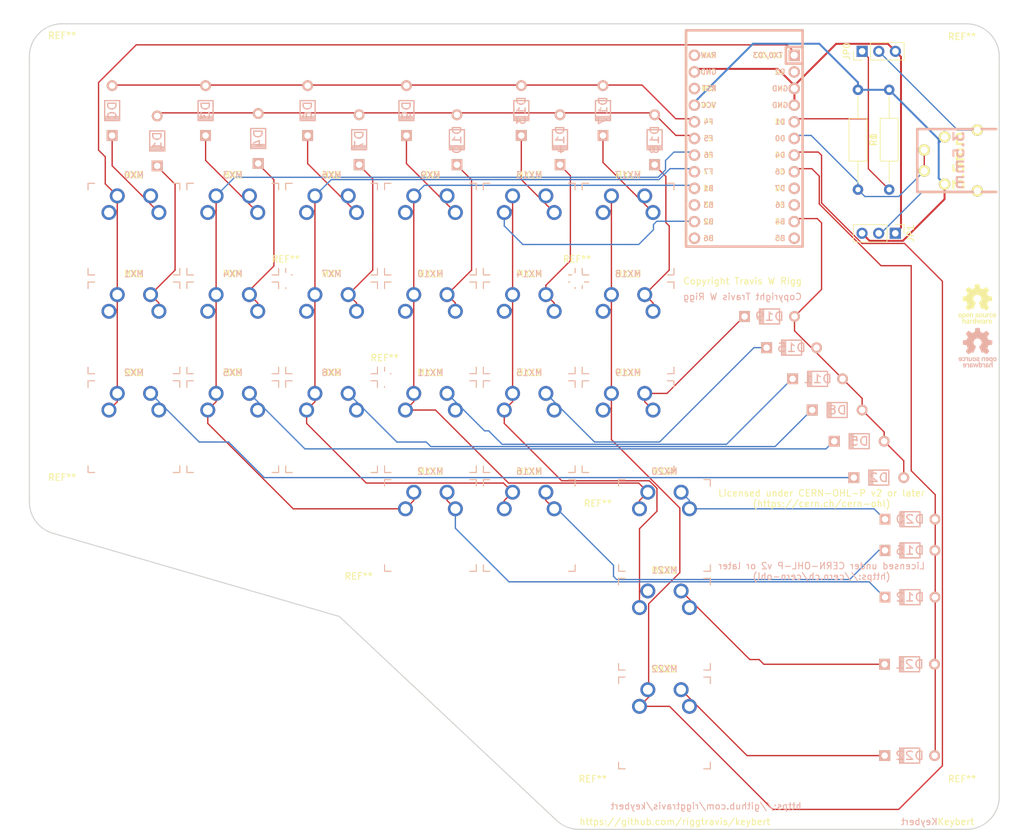
<source format=kicad_pcb>
(kicad_pcb (version 20211014) (generator pcbnew)
  (title_block (title "Keybert") (date "2022-05-16") (rev "0.0.1a") (comment 1 "Copyright Travis W Rigg") (comment 2 "Licensed under CERN-OHL-P v2 or later (https://cern.ch/cern-ohl)") (comment 3 "Repo: https://github.com/riggtravis/keybert"))
  (layers (0 "F.Cu" signal) (31 "B.Cu" signal) (34 "B.Paste" user) (35 "F.Paste" user) (36 "B.SilkS" user "B.Silkscreen") (37 "F.SilkS" user "F.Silkscreen") (38 "B.Mask" user) (39 "F.Mask" user) (44 "Edge.Cuts" user))
  (net 0 "")
  (net 1 "row0")
  (net 2 "Net-(D0-Pad2)")
  (net 3 "row1")
  (net 4 "Net-(D1-Pad2)")
  (net 5 "row2")
  (net 6 "Net-(D2-Pad2)")
  (net 7 "Net-(D3-Pad2)")
  (net 8 "Net-(D4-Pad2)")
  (net 9 "Net-(D5-Pad2)")
  (net 10 "Net-(D6-Pad2)")
  (net 11 "Net-(D7-Pad2)")
  (net 12 "Net-(D8-Pad2)")
  (net 13 "Net-(D9-Pad2)")
  (net 14 "Net-(D10-Pad2)")
  (net 15 "Net-(D11-Pad2)")
  (net 16 "clu0")
  (net 17 "Net-(D12-Pad2)")
  (net 18 "Net-(D13-Pad2)")
  (net 19 "Net-(D14-Pad2)")
  (net 20 "Net-(D15-Pad2)")
  (net 21 "Net-(D16-Pad2)")
  (net 22 "Net-(D17-Pad2)")
  (net 23 "Net-(D18-Pad2)")
  (net 24 "Net-(D19-Pad2)")
  (net 25 "Net-(D20-Pad2)")
  (net 26 "Net-(D21-Pad2)")
  (net 27 "Net-(D22-Pad2)")
  (net 28 "col0")
  (net 29 "col1")
  (net 30 "col2")
  (net 31 "col3")
  (net 32 "col4")
  (net 33 "col5")
  (net 34 "SCL")
  (net 35 "VCC")
  (net 36 "SDA")
  (net 37 "GND")
  (net 38 "Net-(JP0-Pad2)")
  (net 39 "Net-(JP1-Pad2)")
  (footprint "MountingHole:MountingHole_2.2mm_M2" (layer "F.Cu") (at 158.79875 23.158391)
    (fp_text reference "REF**")
    (fp_text value "MountingHole_2.2mm_M2")
  )
  (footprint "MountingHole:MountingHole_2.2mm_M2" (layer "F.Cu") (at 21.48 22.999641)
    (fp_text reference "REF**")
    (fp_text value "MountingHole_2.2mm_M2")
  )
  (footprint "MountingHole:MountingHole_2.2mm_M2" (layer "F.Cu") (at 158.79875 136.505891)
    (fp_text reference "REF**")
    (fp_text value "MountingHole_2.2mm_M2")
  )
  (footprint "keyswitches:SW_MX_reversible" (layer "F.Cu") (at 107.84 79.514641)
    (fp_text reference "MX19")
    (fp_text value "MX-NoLED")
  )
  (footprint "keyswitches:SW_MX_reversible" (layer "F.Cu") (at 77.6775 79.514641)
    (fp_text reference "MX11")
    (fp_text value "MX-NoLED")
  )
  (footprint "keyswitches:SW_MX_reversible" (layer "F.Cu") (at 113.39625 94.595891)
    (fp_text reference "MX20")
    (fp_text value "MX-NoLED")
  )
  (footprint "keyswitches:SW_MX_reversible" (layer "F.Cu") (at 77.6775 94.595891)
    (fp_text reference "MX12")
    (fp_text value "MX-NoLED")
  )
  (footprint "MountingHole:MountingHole_2.2mm_M2" (layer "F.Cu") (at 66.72375 105.549641)
    (fp_text reference "REF**")
    (fp_text value "MountingHole_2.2mm_M2")
  )
  (footprint "MountingHole:MountingHole_2.2mm_M2" (layer "F.Cu") (at 102.4425 136.505891)
    (fp_text reference "REF**")
    (fp_text value "MountingHole_2.2mm_M2")
  )
  (footprint "keyswitches:SW_MX_reversible" (layer "F.Cu") (at 107.84 64.433391)
    (fp_text reference "MX18")
    (fp_text value "MX-NoLED")
  )
  (footprint "MountingHole:MountingHole_2.2mm_M2" (layer "F.Cu") (at 55.61125 57.130891)
    (fp_text reference "REF**")
    (fp_text value "MountingHole_2.2mm_M2")
  )
  (footprint "keyswitches:SW_MX_reversible" (layer "F.Cu") (at 77.6775 64.433391)
    (fp_text reference "MX10")
    (fp_text value "MX-NoLED")
  )
  (footprint "keyswitches:SW_MX_reversible" (layer "F.Cu") (at 92.75875 79.514641)
    (fp_text reference "MX15")
    (fp_text value "MX-NoLED")
  )
  (footprint "Resistor_THT:R_Axial_DIN0207_L6.3mm_D2.5mm_P15.24mm_Horizontal" (layer "F.Cu") (at 147.68625 43.319641 90)
    (fp_text reference "R1")
    (fp_text value "4.7k")
  )
  (footprint "keyswitches:SW_MX_reversible" (layer "F.Cu") (at 62.59625 64.433391)
    (fp_text reference "MX7")
    (fp_text value "MX-NoLED")
  )
  (footprint "keyswitches:SW_MX_reversible" (layer "F.Cu") (at 47.515 49.352141)
    (fp_text reference "MX3")
    (fp_text value "MX-NoLED")
  )
  (footprint "keyswitches:SW_MX_reversible" (layer "F.Cu") (at 92.75875 64.433391)
    (fp_text reference "MX14")
    (fp_text value "MX-NoLED")
  )
  (footprint "MountingHole:MountingHole_2.2mm_M2" (layer "F.Cu") (at 100.06125 57.130891)
    (fp_text reference "REF**")
    (fp_text value "MountingHole_2.2mm_M2")
  )
  (footprint "MountingHole:MountingHole_2.2mm_M2" (layer "F.Cu") (at 21.48 90.468391)
    (fp_text reference "REF**")
    (fp_text value "MountingHole_2.2mm_M2")
  )
  (footprint "Connector_PinHeader_2.54mm:PinHeader_1x03_P2.54mm_Vertical" (layer "F.Cu") (at 148.62375 49.987141 -90)
    (fp_text reference "JP1")
    (fp_text value "Jumper_3_Bridged12")
  )
  (footprint "keyswitches:SW_MX_reversible" (layer "F.Cu") (at 32.43375 49.352141)
    (fp_text reference "MX0")
    (fp_text value "MX-NoLED")
  )
  (footprint "keyswitches:SW_MX_reversible" (layer "F.Cu") (at 62.59625 79.514641)
    (fp_text reference "MX8")
    (fp_text value "MX-NoLED")
  )
  (footprint "Resistor_THT:R_Axial_DIN0207_L6.3mm_D2.5mm_P15.24mm_Horizontal" (layer "F.Cu") (at 142.92375 28.079641 -90)
    (fp_text reference "R0")
    (fp_text value "4.7k")
  )
  (footprint "MountingHole:MountingHole_2.2mm_M2" (layer "F.Cu") (at 70.6925 72.212141)
    (fp_text reference "REF**")
    (fp_text value "MountingHole_2.2mm_M2")
  )
  (footprint "keyswitches:SW_MX_reversible" (layer "F.Cu") (at 113.39625 124.758391)
    (fp_text reference "MX22")
    (fp_text value "MX-NoLED")
  )
  (footprint "Connector_PinHeader_2.54mm:PinHeader_1x03_P2.54mm_Vertical" (layer "F.Cu") (at 143.55875 22.205891 90)
    (fp_text reference "JP0")
    (fp_text value "Jumper_3_Bridged12")
  )
  (footprint "keyswitches:SW_MX_reversible" (layer "F.Cu") (at 92.75875 94.595891)
    (fp_text reference "MX16")
    (fp_text value "MX-NoLED")
  )
  (footprint "MountingHole:MountingHole_2.2mm_M2" (layer "F.Cu") (at 103.23625 94.437141)
    (fp_text reference "REF**")
    (fp_text value "MountingHole_2.2mm_M2")
  )
  (footprint "Keebio-Parts:TRRS_Jack" (layer "F.Cu") (at 156.13742 38.874561 -90)
    (fp_text reference "TRRS0" hide)
    (fp_text value "TRRS:flipped" hide)
  )
  (footprint "keyswitches:SW_MX_reversible" (layer "F.Cu") (at 92.75875 49.352141)
    (fp_text reference "MX13")
    (fp_text value "MX-NoLED")
  )
  (footprint "keyswitches:SW_MX_reversible" (layer "F.Cu") (at 113.39625 109.677141)
    (fp_text reference "MX21")
    (fp_text value "MX-NoLED")
  )
  (footprint "keyswitches:SW_MX_reversible" (layer "F.Cu") (at 107.84 49.352141)
    (fp_text reference "MX17")
    (fp_text value "MX-NoLED")
  )
  (footprint "Symbol:OSHW-Logo_5.7x6mm_SilkScreen" (layer "F.Cu") (at 161.13 60.769641)
    (fp_text reference "REF**" hide)
    (fp_text value "OSHW-Logo_5.7x6mm_SilkScreen" hide)
  )
  (footprint "keyswitches:SW_MX_reversible" (layer "F.Cu") (at 62.59625 49.352141)
    (fp_text reference "MX6")
    (fp_text value "MX-NoLED")
  )
  (footprint "keyswitches:SW_MX_reversible" (layer "F.Cu") (at 47.515 64.433391)
    (fp_text reference "MX4")
    (fp_text value "MX-NoLED")
  )
  (footprint "keyswitches:SW_MX_reversible" (layer "F.Cu") (at 32.43375 79.514641)
    (fp_text reference "MX2")
    (fp_text value "MX-NoLED")
  )
  (footprint "keyswitches:SW_MX_reversible" (layer "F.Cu") (at 77.6775 49.352141)
    (fp_text reference "MX9")
    (fp_text value "MX-NoLED")
  )
  (footprint "keyswitches:SW_MX_reversible" (layer "F.Cu") (at 47.515 79.514641)
    (fp_text reference "MX5")
    (fp_text value "MX-NoLED")
  )
  (footprint "keyswitches:SW_MX_reversible" (layer "F.Cu") (at 32.43375 64.433391)
    (fp_text reference "MX1")
    (fp_text value "MX-NoLED")
  )
  (footprint "Keebio-Parts:Diode" (layer "B.Cu") (at 150.81125 129.742141 180)
    (fp_text reference "D22")
    (fp_text value "1N4148" hide)
  )
  (footprint "Keebio-Parts:Diode" (layer "B.Cu") (at 51.40125 35.512141 -90)
    (fp_text reference "D4")
    (fp_text value "1N4148" hide)
  )
  (footprint "Keebio-Parts:Diode" (layer "B.Cu") (at 104.01125 31.252141 -90)
    (fp_text reference "D17")
    (fp_text value "1N4148" hide)
  )
  (footprint "Keebio-Parts:Diode" (layer "B.Cu") (at 129.43 62.687141 180)
    (fp_text reference "D19")
    (fp_text value "1N4148" hide)
  )
  (footprint "Keebio-Parts:Diode" (layer "B.Cu") (at 132.7925 67.449641 180)
    (fp_text reference "D15")
    (fp_text value "1N4148" hide)
  )
  (footprint "Keebio-Parts:Diode" (layer "B.Cu") (at 43.37125 31.252141 -90)
    (fp_text reference "D3")
    (fp_text value "1N4148" hide)
  )
  (footprint "Keebio-Parts:Diode" (layer "B.Cu") (at 81.72125 35.699641 -90)
    (fp_text reference "D10")
    (fp_text value "1N4148" hide)
  )
  (footprint "Keebio-Parts:Diode" (layer "B.Cu") (at 150.85125 98.405891 180)
    (fp_text reference "D16")
    (fp_text value "1N4148" hide)
  )
  (footprint "Keebio-Parts:Diode" (layer "B.Cu") (at 150.79125 115.792141 180)
    (fp_text reference "D21")
    (fp_text value "1N4148" hide)
  )
  (footprint "Symbol:OSHW-Logo_5.7x6mm_SilkScreen" (layer "B.Cu") (at 161.18 67.449641 180)
    (fp_text reference "REF**" hide)
    (fp_text value "OSHW-Logo_5.7x6mm_SilkScreen" hide)
  )
  (footprint "Keebio-Parts:Diode" (layer "B.Cu") (at 150.86125 93.643391 180)
    (fp_text reference "D20")
    (fp_text value "1N4148" hide)
  )
  (footprint "Keebio-Parts:Diode" (layer "B.Cu") (at 136.76125 72.212141 180)
    (fp_text reference "D11")
    (fp_text value "1N4148" hide)
  )
  (footprint "Keebio-Parts:Diode" (layer "B.Cu") (at 91.55125 31.252141 -90)
    (fp_text reference "D13")
    (fp_text value "1N4148" hide)
  )
  (footprint "Keebio-Parts:Diode" (layer "B.Cu") (at 74.02125 31.252141 -90)
    (fp_text reference "D9")
    (fp_text value "1N4148" hide)
  )
  (footprint "Keebio-Parts:Diode" (layer "B.Cu") (at 139.74875 76.974641 180)
    (fp_text reference "D8")
    (fp_text value "1N4148" hide)
  )
  (footprint "Keebio-Parts:Diode" (layer "B.Cu") (at 29.11125 31.252141 -90)
    (fp_text reference "D0")
    (fp_text value "1N4148" hide)
  )
  (footprint "Keebio-Parts:Diode" (layer "B.Cu") (at 111.89125 35.699641 -90)
    (fp_text reference "D18")
    (fp_text value "1N4148" hide)
  )
  (footprint "Keebio-Parts:Diode" (layer "B.Cu") (at 97.45125 35.699641 -90)
    (fp_text reference "D14")
    (fp_text value "1N4148" hide)
  )
  (footprint "Keebio-Parts:Diode" (layer "B.Cu") (at 146.09875 87.293391 180)
    (fp_text reference "D2")
    (fp_text value "1N4148" hide)
  )
  (footprint "Keebio-Parts:Diode" (layer "B.Cu") (at 35.99125 35.887141 -90)
    (fp_text reference "D1")
    (fp_text value "1N4148" hide)
  )
  (footprint "Keebio-Parts:Diode" (layer "B.Cu") (at 150.86125 105.549641 180)
    (fp_text reference "D12")
    (fp_text value "1N4148" hide)
  )
  (footprint "Keebio-Parts:Diode" (layer "B.Cu") (at 58.94125 31.252141 -90)
    (fp_text reference "D6")
    (fp_text value "1N4148" hide)
  )
  (footprint "Keebio-Parts:Diode" (layer "B.Cu") (at 66.80125 35.699641 -90)
    (fp_text reference "D7")
    (fp_text value "1N4148" hide)
  )
  (footprint "Keebio-Parts:ArduinoProMicro" (layer "B.Cu") (at 125.58 36.776391 -90)
    (fp_text reference "U0" hide)
    (fp_text value "ProMicro" hide)
  )
  (footprint "Keebio-Parts:Diode" (layer "B.Cu") (at 143.11125 81.737141 180)
    (fp_text reference "D5")
    (fp_text value "1N4148" hide)
  )
  (gr_line (start 164.48 22.999641) (end 164.48 135.999641) (layer "Edge.Cuts") (width 0.16))
  (gr_line (start 16.48 22.999641) (end 16.48 90.999641) (layer "Edge.Cuts") (width 0.16))
  (gr_line (start 20.084899 95.801067) (end 63.777878 108.496484) (layer "Edge.Cuts") (width 0.16))
  (gr_arc (start 100.367854 140.999641) (mid 98.527161 140.648496) (end 96.945008 139.644381) (layer "Edge.Cuts") (width 0.16))
  (gr_arc (start 159.48 17.999641) (mid 163.015534 19.464107) (end 164.48 22.999641) (layer "Edge.Cuts") (width 0.16))
  (gr_arc (start 20.084899 95.801067) (mid 17.481531 94.001682) (end 16.48 90.999641) (layer "Edge.Cuts") (width 0.16))
  (gr_arc (start 16.48 22.999641) (mid 17.944466 19.464107) (end 21.48 17.999641) (layer "Edge.Cuts") (width 0.16))
  (gr_arc (start 164.48 135.999641) (mid 163.015534 139.535175) (end 159.48 140.999641) (layer "Edge.Cuts") (width 0.16))
  (gr_line (start 159.48 140.999641) (end 100.367854 140.999641) (layer "Edge.Cuts") (width 0.16))
  (gr_line (start 21.48 17.999641) (end 159.48 17.999641) (layer "Edge.Cuts") (width 0.16))
  (gr_line (start 96.945008 139.644381) (end 63.777878 108.496484) (layer "Edge.Cuts") (width 0.16))
  (gr_text "Licensed under CERN-OHL-P v2 or later\n(https://cern.ch/cern-ohl)" (at 137.3675 101.580891) (layer "B.SilkS") (effects (font (size 1 1)) (justify mirror)))
  (gr_text "https://github.com/riggtravis/keybert" (at 119.74625 137.458391) (layer "B.SilkS") (effects (font (size 1 1)) (justify mirror)))
  (gr_text "Copyright Travis W Rigg" (at 125.3025 59.670891) (layer "B.SilkS") (effects (font (size 1 1)) (justify mirror)))
  (gr_text "Keybert" (at 152.29 139.839641) (layer "B.SilkS") (effects (font (size 1 1)) (justify mirror)))
  (gr_text "Licensed under CERN-OHL-P v2 or later\n(https://cern.ch/cern-ohl)" (at 137.3675 90.468391) (layer "F.SilkS") (effects (font (size 1 1))))
  (gr_text "Copyright Travis W Rigg" (at 125.3025 57.289641) (layer "F.SilkS") (effects (font (size 1 1))))
  (gr_text "Keybert" (at 157.84625 139.839641) (layer "F.SilkS") (effects (font (size 1 1))))
  (gr_text "https://github.com/riggtravis/keybert" (at 114.98375 139.839641) (layer "F.SilkS") (effects (font (size 1 1))))
  (segment (start 115.12077 32.502911) (end 117.98827 32.502911) (width 0.2) (layer "F.Cu") (net 1))
  (segment (start 109.97 27.352141) (end 115.12077 32.502911) (width 0.2) (layer "F.Cu") (net 1))
  (segment (start 104.01125 27.352141) (end 109.97 27.352141) (width 0.2) (layer "F.Cu") (net 1))
  (segment (start 29.11125 27.352141) (end 104.01125 27.352141) (width 0.2) (layer "F.Cu") (net 1))
  (segment (start 29.11125 39.679641) (end 36.24375 46.812141) (width 0.2) (layer "F.Cu") (net 2))
  (segment (start 29.11125 35.152141) (end 29.11125 39.679641) (width 0.2) (layer "F.Cu") (net 2))
  (segment (start 115.13452 35.042911) (end 117.98827 35.042911) (width 0.2) (layer "F.Cu") (net 3))
  (segment (start 35.99125 31.987141) (end 36.375761 31.60263) (width 0.2) (layer "F.Cu") (net 3))
  (segment (start 36.375761 31.60263) (end 111.694239 31.60263) (width 0.2) (layer "F.Cu") (net 3))
  (segment (start 111.89125 31.799641) (end 115.13452 35.042911) (width 0.2) (layer "F.Cu") (net 3))
  (segment (start 111.694239 31.60263) (end 111.89125 31.799641) (width 0.2) (layer "F.Cu") (net 3))
  (segment (start 34.97375 59.353391) (end 36.24375 60.623391) (width 0.2) (layer "F.Cu") (net 4))
  (segment (start 38.714171 55.61297) (end 34.97375 59.353391) (width 0.2) (layer "F.Cu") (net 4))
  (segment (start 36.24375 60.623391) (end 36.24375 61.893391) (width 0.2) (layer "F.Cu") (net 4))
  (segment (start 35.99125 39.787141) (end 38.714171 42.510062) (width 0.2) (layer "F.Cu") (net 4))
  (segment (start 38.714171 42.510062) (end 38.714171 55.61297) (width 0.2) (layer "F.Cu") (net 4))
  (segment (start 137.3675 48.399641) (end 136.71077 47.742911) (width 0.2) (layer "F.Cu") (net 5))
  (segment (start 133.24 62.687141) (end 137.3675 58.559641) (width 0.2) (layer "F.Cu") (net 5))
  (segment (start 149.90875 84.724641) (end 146.92125 81.737141) (width 0.2) (layer "F.Cu") (net 5))
  (segment (start 143.55875 76.974641) (end 143.55875 75.199641) (width 0.2) (layer "F.Cu") (net 5))
  (segment (start 137.3675 58.559641) (end 137.3675 48.399641) (width 0.2) (layer "F.Cu") (net 5))
  (segment (start 146.92125 81.737141) (end 146.92125 80.337141) (width 0.2) (layer "F.Cu") (net 5))
  (segment (start 140.57125 72.212141) (end 133.24 64.880891) (width 0.2) (layer "F.Cu") (net 5))
  (segment (start 136.71077 47.742911) (end 133.22827 47.742911) (width 0.2) (layer "F.Cu") (net 5))
  (segment (start 146.92125 80.337141) (end 143.55875 76.974641) (width 0.2) (layer "F.Cu") (net 5))
  (segment (start 143.55875 75.199641) (end 140.57125 72.212141) (width 0.2) (layer "F.Cu") (net 5))
  (segment (start 133.24 64.880891) (end 133.24 62.687141) (width 0.2) (layer "F.Cu") (net 5))
  (segment (start 149.90875 87.293391) (end 149.90875 84.724641) (width 0.2) (layer "F.Cu") (net 5))
  (segment (start 42.397171 81.858062) (end 46.88 81.858062) (width 0.2) (layer "B.Cu") (net 6))
  (segment (start 52.315329 87.293391) (end 142.19875 87.293391) (width 0.2) (layer "B.Cu") (net 6))
  (segment (start 34.97375 74.434641) (end 42.397171 81.858062) (width 0.2) (layer "B.Cu") (net 6))
  (segment (start 46.88 81.858062) (end 52.315329 87.293391) (width 0.2) (layer "B.Cu") (net 6))
  (segment (start 43.37125 35.152141) (end 43.37125 38.858391) (width 0.2) (layer "F.Cu") (net 7))
  (segment (start 43.37125 38.858391) (end 51.325 46.812141) (width 0.2) (layer "F.Cu") (net 7))
  (segment (start 50.055 59.353391) (end 51.325 60.623391) (width 0.2) (layer "F.Cu") (net 8))
  (segment (start 50.055 58.718391) (end 50.055 59.353391) (width 0.2) (layer "F.Cu") (net 8))
  (segment (start 53.795421 54.97797) (end 50.055 58.718391) (width 0.2) (layer "F.Cu") (net 8))
  (segment (start 51.325 60.623391) (end 51.325 61.893391) (width 0.2) (layer "F.Cu") (net 8))
  (segment (start 53.795421 41.806312) (end 53.795421 54.97797) (width 0.2) (layer "F.Cu") (net 8))
  (segment (start 51.40125 39.412141) (end 53.795421 41.806312) (width 0.2) (layer "F.Cu") (net 8))
  (segment (start 50.055 74.434641) (end 58.526979 82.90662) (width 0.2) (layer "B.Cu") (net 9))
  (segment (start 138.041771 82.90662) (end 139.21125 81.737141) (width 0.2) (layer "B.Cu") (net 9))
  (segment (start 58.526979 82.90662) (end 138.041771 82.90662) (width 0.2) (layer "B.Cu") (net 9))
  (segment (start 58.94125 39.347141) (end 66.40625 46.812141) (width 0.2) (layer "F.Cu") (net 10))
  (segment (start 58.94125 35.152141) (end 58.94125 39.347141) (width 0.2) (layer "F.Cu") (net 10))
  (segment (start 68.876671 41.675062) (end 68.876671 55.61297) (width 0.2) (layer "F.Cu") (net 11))
  (segment (start 66.40625 60.623391) (end 66.40625 61.893391) (width 0.2) (layer "F.Cu") (net 11))
  (segment (start 66.80125 39.599641) (end 68.876671 41.675062) (width 0.2) (layer "F.Cu") (net 11))
  (segment (start 65.13625 59.353391) (end 66.40625 60.623391) (width 0.2) (layer "F.Cu") (net 11))
  (segment (start 68.876671 55.61297) (end 65.13625 59.353391) (width 0.2) (layer "F.Cu") (net 11))
  (segment (start 77.741539 82.557101) (end 130.26629 82.557101) (width 0.2) (layer "B.Cu") (net 12))
  (segment (start 130.26629 82.557101) (end 135.84875 76.974641) (width 0.2) (layer "B.Cu") (net 12))
  (segment (start 65.13625 74.434641) (end 72.559671 81.858062) (width 0.2) (layer "B.Cu") (net 12))
  (segment (start 72.559671 81.858062) (end 77.0425 81.858062) (width 0.2) (layer "B.Cu") (net 12))
  (segment (start 77.0425 81.858062) (end 77.741539 82.557101) (width 0.2) (layer "B.Cu") (net 12))
  (segment (start 74.02125 35.152141) (end 74.02125 39.345891) (width 0.2) (layer "F.Cu") (net 13))
  (segment (start 74.02125 39.345891) (end 81.4875 46.812141) (width 0.2) (layer "F.Cu") (net 13))
  (segment (start 80.2175 59.353391) (end 81.4875 60.623391) (width 0.2) (layer "F.Cu") (net 14))
  (segment (start 83.957921 41.836312) (end 83.957921 55.61297) (width 0.2) (layer "F.Cu") (net 14))
  (segment (start 81.4875 60.623391) (end 81.4875 61.893391) (width 0.2) (layer "F.Cu") (net 14))
  (segment (start 83.957921 55.61297) (end 80.2175 59.353391) (width 0.2) (layer "F.Cu") (net 14))
  (segment (start 81.72125 39.599641) (end 83.957921 41.836312) (width 0.2) (layer "F.Cu") (net 14))
  (segment (start 122.86581 82.207581) (end 132.86125 72.212141) (width 0.2) (layer "B.Cu") (net 15))
  (segment (start 80.2175 74.434641) (end 85.9325 80.149641) (width 0.2) (layer "B.Cu") (net 15))
  (segment (start 86.5675 80.149641) (end 88.62544 82.207581) (width 0.2) (layer "B.Cu") (net 15))
  (segment (start 88.62544 82.207581) (end 122.86581 82.207581) (width 0.2) (layer "B.Cu") (net 15))
  (segment (start 85.9325 80.149641) (end 86.5675 80.149641) (width 0.2) (layer "B.Cu") (net 15))
  (segment (start 135.885 40.122911) (end 133.22827 40.122911) (width 0.2) (layer "F.Cu") (net 16))
  (segment (start 154.71125 89.906869) (end 151.048261 86.24388) (width 0.2) (layer "F.Cu") (net 16))
  (segment (start 154.71125 129.742141) (end 154.71125 89.906869) (width 0.2) (layer "F.Cu") (net 16))
  (segment (start 137.01798 41.255891) (end 135.885 40.122911) (width 0.2) (layer "F.Cu") (net 16))
  (segment (start 137.017981 45.510611) (end 137.01798 41.255891) (width 0.2) (layer "F.Cu") (net 16))
  (segment (start 151.048261 54.936652) (end 146.444022 54.936652) (width 0.2) (layer "F.Cu") (net 16))
  (segment (start 146.444022 54.936652) (end 137.017981 45.510611) (width 0.2) (layer "F.Cu") (net 16))
  (segment (start 151.048261 86.24388) (end 151.048261 54.936652) (width 0.2) (layer "F.Cu") (net 16))
  (segment (start 81.4875 92.055891) (end 80.2175 90.785891) (width 0.2) (layer "F.Cu") (net 17))
  (segment (start 80.2175 90.785891) (end 80.2175 89.515891) (width 0.2) (layer "F.Cu") (net 17))
  (segment (start 144.616239 103.20463) (end 146.96125 105.549641) (width 0.2) (layer "B.Cu") (net 17))
  (segment (start 89.668586 103.20463) (end 144.616239 103.20463) (width 0.2) (layer "B.Cu") (net 17))
  (segment (start 81.4875 95.023544) (end 89.668586 103.20463) (width 0.2) (layer "B.Cu") (net 17))
  (segment (start 81.4875 92.055891) (end 81.4875 95.023544) (width 0.2) (layer "B.Cu") (net 17))
  (segment (start 91.55125 41.794641) (end 96.56875 46.812141) (width 0.2) (layer "F.Cu") (net 18))
  (segment (start 91.55125 35.152141) (end 91.55125 41.794641) (width 0.2) (layer "F.Cu") (net 18))
  (segment (start 97.45125 39.599641) (end 99.039171 41.187562) (width 0.2) (layer "F.Cu") (net 19))
  (segment (start 99.039171 54.18422) (end 95.29875 57.924641) (width 0.2) (layer "F.Cu") (net 19))
  (segment (start 96.56875 60.623391) (end 96.56875 61.893391) (width 0.2) (layer "F.Cu") (net 19))
  (segment (start 95.29875 57.924641) (end 95.29875 59.353391) (width 0.2) (layer "F.Cu") (net 19))
  (segment (start 99.039171 41.187562) (end 99.039171 54.18422) (width 0.2) (layer "F.Cu") (net 19))
  (segment (start 95.29875 59.353391) (end 96.56875 60.623391) (width 0.2) (layer "F.Cu") (net 19))
  (segment (start 127.04875 67.449641) (end 128.8925 67.449641) (width 0.2) (layer "B.Cu") (net 20))
  (segment (start 102.722171 81.858062) (end 112.640329 81.858062) (width 0.2) (layer "B.Cu") (net 20))
  (segment (start 112.640329 81.858062) (end 127.04875 67.449641) (width 0.2) (layer "B.Cu") (net 20))
  (segment (start 95.29875 74.434641) (end 102.722171 81.858062) (width 0.2) (layer "B.Cu") (net 20))
  (segment (start 95.29875 90.785891) (end 95.29875 89.515891) (width 0.2) (layer "F.Cu") (net 21))
  (segment (start 96.56875 92.055891) (end 95.29875 90.785891) (width 0.2) (layer "F.Cu") (net 21))
  (segment (start 106.097969 102.85511) (end 105.6175 102.374641) (width 0.2) (layer "B.Cu") (net 21))
  (segment (start 96.996403 92.055891) (end 96.56875 92.055891) (width 0.2) (layer "B.Cu") (net 21))
  (segment (start 105.6175 100.676988) (end 96.996403 92.055891) (width 0.2) (layer "B.Cu") (net 21))
  (segment (start 146.95125 98.405891) (end 146.09875 98.405891) (width 0.2) (layer "B.Cu") (net 21))
  (segment (start 141.649531 102.85511) (end 106.097969 102.85511) (width 0.2) (layer "B.Cu") (net 21))
  (segment (start 146.09875 98.405891) (end 141.649531 102.85511) (width 0.2) (layer "B.Cu") (net 21))
  (segment (start 105.6175 102.374641) (end 105.6175 100.676988) (width 0.2) (layer "B.Cu") (net 21))
  (segment (start 104.01125 39.173391) (end 111.65 46.812141) (width 0.2) (layer "F.Cu") (net 22))
  (segment (start 104.01125 35.152141) (end 104.01125 39.173391) (width 0.2) (layer "F.Cu") (net 22))
  (segment (start 111.89125 39.599641) (end 113.610077 41.318468) (width 0.2) (layer "F.Cu") (net 23))
  (segment (start 113.610077 48.344565) (end 114.120421 48.854909) (width 0.2) (layer "F.Cu") (net 23))
  (segment (start 110.38 59.353391) (end 111.65 60.623391) (width 0.2) (layer "F.Cu") (net 23))
  (segment (start 114.120421 48.854909) (end 114.120421 55.61297) (width 0.2) (layer "F.Cu") (net 23))
  (segment (start 111.65 60.623391) (end 111.65 61.893391) (width 0.2) (layer "F.Cu") (net 23))
  (segment (start 114.120421 55.61297) (end 110.38 59.353391) (width 0.2) (layer "F.Cu") (net 23))
  (segment (start 113.610077 41.318468) (end 113.610077 48.344565) (width 0.2) (layer "F.Cu") (net 23))
  (segment (start 110.38 75.704641) (end 110.38 74.434641) (width 0.2) (layer "F.Cu") (net 24))
  (segment (start 113.7825 74.434641) (end 125.53 62.687141) (width 0.2) (layer "F.Cu") (net 24))
  (segment (start 110.38 74.434641) (end 113.7825 74.434641) (width 0.2) (layer "F.Cu") (net 24))
  (segment (start 111.65 76.974641) (end 110.38 75.704641) (width 0.2) (layer "F.Cu") (net 24))
  (segment (start 145.37375 92.055891) (end 146.96125 93.643391) (width 0.2) (layer "B.Cu") (net 25))
  (segment (start 117.20625 92.055891) (end 145.37375 92.055891) (width 0.2) (layer "B.Cu") (net 25))
  (segment (start 117.20625 90.785891) (end 117.20625 92.055891) (width 0.2) (layer "B.Cu") (net 25))
  (segment (start 115.93625 89.515891) (end 117.20625 90.785891) (width 0.2) (layer "B.Cu") (net 25))
  (segment (start 115.93625 104.597141) (end 126.41375 115.074641) (width 0.2) (layer "F.Cu") (net 26))
  (segment (start 126.41375 115.074641) (end 127.8425 115.074641) (width 0.2) (layer "F.Cu") (net 26))
  (segment (start 128.56 115.792141) (end 146.89125 115.792141) (width 0.2) (layer "F.Cu") (net 26))
  (segment (start 127.8425 115.074641) (end 128.56 115.792141) (width 0.2) (layer "F.Cu") (net 26))
  (segment (start 115.93625 119.678391) (end 126 129.742141) (width 0.2) (layer "F.Cu") (net 27))
  (segment (start 126 129.742141) (end 146.91125 129.742141) (width 0.2) (layer "F.Cu") (net 27))
  (segment (start 27.03625 26.968391) (end 32.787541 21.2171) (width 0.2) (layer "F.Cu") (net 28))
  (segment (start 132.102459 21.2171) (end 133.22827 22.342911) (width 0.2) (layer "F.Cu") (net 28))
  (segment (start 32.787541 21.2171) (end 132.102459 21.2171) (width 0.2) (layer "F.Cu") (net 28))
  (segment (start 29.89375 44.272141) (end 29.89375 46.494641) (width 0.2) (layer "F.Cu") (net 28))
  (segment (start 29.89375 46.494641) (end 29.89375 61.575891) (width 0.2) (layer "F.Cu") (net 28))
  (segment (start 29.57625 61.893391) (end 29.89375 61.575891) (width 0.2) (layer "F.Cu") (net 28))
  (segment (start 29.89375 61.575891) (end 29.89375 75.704641) (width 0.2) (layer "F.Cu") (net 28))
  (segment (start 28.061739 42.44013) (end 28.061739 38.31263) (width 0.2) (layer "F.Cu") (net 28))
  (segment (start 29.89375 44.272141) (end 28.061739 42.44013) (width 0.2) (layer "F.Cu") (net 28))
  (segment (start 28.061739 38.31263) (end 27.03625 37.287141) (width 0.2) (layer "F.Cu") (net 28))
  (segment (start 29.89375 75.704641) (end 28.62375 76.974641) (width 0.2) (layer "F.Cu") (net 28))
  (segment (start 27.03625 37.287141) (end 27.03625 26.968391) (width 0.2) (layer "F.Cu") (net 28))
  (segment (start 28.62375 61.893391) (end 29.57625 61.893391) (width 0.2) (layer "F.Cu") (net 28))
  (segment (start 28.62375 46.812141) (end 29.57625 46.812141) (width 0.2) (layer "F.Cu") (net 28))
  (segment (start 29.57625 46.812141) (end 29.89375 46.494641) (width 0.2) (layer "F.Cu") (net 28))
  (segment (start 44.975 46.494641) (end 44.975 61.575891) (width 0.2) (layer "F.Cu") (net 29))
  (segment (start 56.742151 92.055891) (end 73.8675 92.055891) (width 0.2) (layer "F.Cu") (net 29))
  (segment (start 44.6575 61.893391) (end 44.975 61.575891) (width 0.2) (layer "F.Cu") (net 29))
  (segment (start 44.6575 46.812141) (end 44.975 46.494641) (width 0.2) (layer "F.Cu") (net 29))
  (segment (start 44.975 75.704641) (end 43.705 76.974641) (width 0.2) (layer "F.Cu") (net 29))
  (segment (start 44.975 44.272141) (end 44.975 46.494641) (width 0.2) (layer "F.Cu") (net 29))
  (segment (start 43.705 79.01874) (end 56.742151 92.055891) (width 0.2) (layer "F.Cu") (net 29))
  (segment (start 44.975 61.575891) (end 44.975 75.704641) (width 0.2) (layer "F.Cu") (net 29))
  (segment (start 43.705 46.812141) (end 44.6575 46.812141) (width 0.2) (layer "F.Cu") (net 29))
  (segment (start 75.1375 90.785891) (end 75.1375 89.515891) (width 0.2) (layer "F.Cu") (net 29))
  (segment (start 73.8675 92.055891) (end 75.1375 90.785891) (width 0.2) (layer "F.Cu") (net 29))
  (segment (start 43.705 61.893391) (end 44.6575 61.893391) (width 0.2) (layer "F.Cu") (net 29))
  (segment (start 43.705 76.974641) (end 43.705 79.01874) (width 0.2) (layer "F.Cu") (net 29))
  (segment (start 113.555 40.307075) (end 113.555 38.874641) (width 0.2) (layer "B.Cu") (net 29))
  (segment (start 114.84673 37.582911) (end 117.98827 37.582911) (width 0.2) (layer "B.Cu") (net 29))
  (segment (start 112.422706 41.439369) (end 113.555 40.307075) (width 0.2) (layer "B.Cu") (net 29))
  (segment (start 44.975 44.272141) (end 47.807772 41.439369) (width 0.2) (layer "B.Cu") (net 29))
  (segment (start 47.807772 41.439369) (end 112.422706 41.439369) (width 0.2) (layer "B.Cu") (net 29))
  (segment (start 113.555 38.874641) (end 114.84673 37.582911) (width 0.2) (layer "B.Cu") (net 29))
  (segment (start 59.73875 46.812141) (end 60.05625 46.494641) (width 0.2) (layer "F.Cu") (net 30))
  (segment (start 88.94875 90.785891) (end 88.94875 92.055891) (width 0.2) (layer "F.Cu") (net 30))
  (segment (start 60.05625 44.272141) (end 60.05625 46.494641) (width 0.2) (layer "F.Cu") (net 30))
  (segment (start 67.89089 88.12338) (end 88.826239 88.12338) (width 0.2) (layer "F.Cu") (net 30))
  (segment (start 60.05625 46.494641) (end 60.05625 61.575891) (width 0.2) (layer "F.Cu") (net 30))
  (segment (start 58.78625 76.974641) (end 58.78625 79.01874) (width 0.2) (layer "F.Cu") (net 30))
  (segment (start 60.05625 61.575891) (end 60.05625 75.704641) (width 0.2) (layer "F.Cu") (net 30))
  (segment (start 58.78625 46.812141) (end 59.73875 46.812141) (width 0.2) (layer "F.Cu") (net 30))
  (segment (start 58.78625 61.893391) (end 59.73875 61.893391) (width 0.2) (layer "F.Cu") (net 30))
  (segment (start 59.73875 61.893391) (end 60.05625 61.575891) (width 0.2) (layer "F.Cu") (net 30))
  (segment (start 58.78625 79.01874) (end 67.89089 88.12338) (width 0.2) (layer "F.Cu") (net 30))
  (segment (start 88.826239 88.12338) (end 90.21875 89.515891) (width 0.2) (layer "F.Cu") (net 30))
  (segment (start 60.05625 75.704641) (end 58.78625 76.974641) (width 0.2) (layer "F.Cu") (net 30))
  (segment (start 90.21875 89.515891) (end 88.94875 90.785891) (width 0.2) (layer "F.Cu") (net 30))
  (segment (start 114.23346 40.122911) (end 117.98827 40.122911) (width 0.2) (layer "B.Cu") (net 30))
  (segment (start 60.05625 44.272141) (end 62.539502 41.788889) (width 0.2) (layer "B.Cu") (net 30))
  (segment (start 62.539502 41.788889) (end 112.567482 41.788889) (width 0.2) (layer "B.Cu") (net 30))
  (segment (start 112.567482 41.788889) (end 114.23346 40.122911) (width 0.2) (layer "B.Cu") (net 30))
  (segment (start 75.1375 61.575891) (end 75.1375 75.704641) (width 0.2) (layer "F.Cu") (net 31))
  (segment (start 110.85625 89.515891) (end 109.58625 90.785891) (width 0.2) (layer "F.Cu") (net 31))
  (segment (start 75.1375 46.494641) (end 75.1375 61.575891) (width 0.2) (layer "F.Cu") (net 31))
  (segment (start 73.8675 46.812141) (end 74.82 46.812141) (width 0.2) (layer "F.Cu") (net 31))
  (segment (start 74.82 61.893391) (end 75.1375 61.575891) (width 0.2) (layer "F.Cu") (net 31))
  (segment (start 73.8675 61.893391) (end 74.82 61.893391) (width 0.2) (layer "F.Cu") (net 31))
  (segment (start 109.58625 90.785891) (end 109.58625 92.055891) (width 0.2) (layer "F.Cu") (net 31))
  (segment (start 73.8675 76.974641) (end 78.451599 76.974641) (width 0.2) (layer "F.Cu") (net 31))
  (segment (start 74.82 46.812141) (end 75.1375 46.494641) (width 0.2) (layer "F.Cu") (net 31))
  (segment (start 109.463739 88.12338) (end 110.85625 89.515891) (width 0.2) (layer "F.Cu") (net 31))
  (segment (start 78.451599 76.974641) (end 89.600338 88.12338) (width 0.2) (layer "F.Cu") (net 31))
  (segment (start 75.1375 44.272141) (end 75.1375 46.494641) (width 0.2) (layer "F.Cu") (net 31))
  (segment (start 89.600338 88.12338) (end 109.463739 88.12338) (width 0.2) (layer "F.Cu") (net 31))
  (segment (start 75.1375 75.704641) (end 73.8675 76.974641) (width 0.2) (layer "F.Cu") (net 31))
  (segment (start 75.1375 44.272141) (end 76.74673 42.662911) (width 0.2) (layer "B.Cu") (net 31))
  (segment (start 76.74673 42.662911) (end 117.98827 42.662911) (width 0.2) (layer "B.Cu") (net 31))
  (segment (start 88.94875 46.812141) (end 89.7425 46.812141) (width 0.2) (layer "F.Cu") (net 32))
  (segment (start 109.58625 95.091792) (end 109.58625 104.755891) (width 0.2) (layer "F.Cu") (net 32))
  (segment (start 97.70387 87.77386) (end 111.083528 87.77386) (width 0.2) (layer "F.Cu") (net 32))
  (segment (start 88.94875 79.01874) (end 97.70387 87.77386) (width 0.2) (layer "F.Cu") (net 32))
  (segment (start 90.21875 46.335891) (end 90.21875 61.575891) (width 0.2) (layer "F.Cu") (net 32))
  (segment (start 89.90125 61.893391) (end 90.21875 61.575891) (width 0.2) (layer "F.Cu") (net 32))
  (segment (start 88.94875 76.974641) (end 88.94875 79.01874) (width 0.2) (layer "F.Cu") (net 32))
  (segment (start 110.85625 104.597141) (end 109.745 104.597141) (width 0.2) (layer "F.Cu") (net 32))
  (segment (start 112.248761 88.939093) (end 112.248761 92.429281) (width 0.2) (layer "F.Cu") (net 32))
  (segment (start 90.21875 61.575891) (end 90.21875 75.704641) (width 0.2) (layer "F.Cu") (net 32))
  (segment (start 109.58625 104.755891) (end 109.58625 107.137141) (width 0.2) (layer "F.Cu") (net 32))
  (segment (start 90.21875 75.704641) (end 88.94875 76.974641) (width 0.2) (layer "F.Cu") (net 32))
  (segment (start 88.94875 61.893391) (end 89.90125 61.893391) (width 0.2) (layer "F.Cu") (net 32))
  (segment (start 90.21875 44.272141) (end 90.21875 46.335891) (width 0.2) (layer "F.Cu") (net 32))
  (segment (start 109.745 104.597141) (end 109.58625 104.755891) (width 0.2) (layer "F.Cu") (net 32))
  (segment (start 111.083528 87.77386) (end 112.248761 88.939093) (width 0.2) (layer "F.Cu") (net 32))
  (segment (start 112.248761 92.429281) (end 109.58625 95.091792) (width 0.2) (layer "F.Cu") (net 32))
  (segment (start 89.7425 46.812141) (end 90.21875 46.335891) (width 0.2) (layer "F.Cu") (net 32))
  (segment (start 91.788072 51.695562) (end 109.465329 51.695562) (width 0.2) (layer "B.Cu") (net 32))
  (segment (start 111.719579 49.441312) (end 111.719579 48.647562) (width 0.2) (layer "B.Cu") (net 32))
  (segment (start 112.215421 48.15172) (end 117.579461 48.15172) (width 0.2) (layer "B.Cu") (net 32))
  (segment (start 111.719579 48.647562) (end 112.215421 48.15172) (width 0.2) (layer "B.Cu") (net 32))
  (segment (start 109.465329 51.695562) (end 111.719579 49.441312) (width 0.2) (layer "B.Cu") (net 32))
  (segment (start 88.94875 46.812141) (end 88.94875 48.85624) (width 0.2) (layer "B.Cu") (net 32))
  (segment (start 88.94875 48.85624) (end 91.788072 51.695562) (width 0.2) (layer "B.Cu") (net 32))
  (segment (start 109.58625 122.218391) (end 114.170349 122.218391) (width 0.2) (layer "F.Cu") (net 33))
  (segment (start 105.3 44.272141) (end 105.3 46.494641) (width 0.2) (layer "F.Cu") (net 33))
  (segment (start 129.90737 137.955412) (end 149.137209 137.955412) (width 0.2) (layer "F.Cu") (net 33))
  (segment (start 114.170349 122.218391) (end 129.90737 137.955412) (width 0.2) (layer "F.Cu") (net 33))
  (segment (start 110.978761 106.560343) (end 110.978761 120.82588) (width 0.2) (layer "F.Cu") (net 33))
  (segment (start 105.3 76.657141) (end 105.3 81.496036) (width 0.2) (layer "F.Cu") (net 33))
  (segment (start 137.3675 45.365835) (end 137.3675 38.080891) (width 0.2) (layer "F.Cu") (net 33))
  (segment (start 104.9825 61.893391) (end 105.3 61.575891) (width 0.2) (layer "F.Cu") (net 33))
  (segment (start 105.3 61.575891) (end 105.3 76.657141) (width 0.2) (layer "F.Cu") (net 33))
  (segment (start 137.3675 38.080891) (end 136.86952 37.582911) (width 0.2) (layer "F.Cu") (net 33))
  (segment (start 104.9825 46.812141) (end 105.3 46.494641) (width 0.2) (layer "F.Cu") (net 33))
  (segment (start 115.739671 91.935707) (end 115.739671 101.799433) (width 0.2) (layer "F.Cu") (net 33))
  (segment (start 104.03 61.893391) (end 104.9825 61.893391) (width 0.2) (layer "F.Cu") (net 33))
  (segment (start 110.978761 120.82588) (end 109.58625 122.218391) (width 0.2) (layer "F.Cu") (net 33))
  (segment (start 105.3 81.496036) (end 115.739671 91.935707) (width 0.2) (layer "F.Cu") (net 33))
  (segment (start 115.739671 101.799433) (end 110.978761 106.560343) (width 0.2) (layer "F.Cu") (net 33))
  (segment (start 155.810761 131.28186) (end 155.810761 57.317902) (width 0.2) (layer "F.Cu") (net 33))
  (segment (start 104.03 46.812141) (end 104.9825 46.812141) (width 0.2) (layer "F.Cu") (net 33))
  (segment (start 104.03 76.974641) (end 104.9825 76.974641) (width 0.2) (layer "F.Cu") (net 33))
  (segment (start 104.9825 76.974641) (end 105.3 76.657141) (width 0.2) (layer "F.Cu") (net 33))
  (segment (start 149.137209 137.955412) (end 155.810761 131.28186) (width 0.2) (layer "F.Cu") (net 33))
  (segment (start 155.810761 57.317902) (end 150.029031 51.536172) (width 0.2) (layer "F.Cu") (net 33))
  (segment (start 105.3 46.494641) (end 105.3 61.575891) (width 0.2) (layer "F.Cu") (net 33))
  (segment (start 150.029031 51.536172) (end 143.537837 51.536172) (width 0.2) (layer "F.Cu") (net 33))
  (segment (start 136.86952 37.582911) (end 133.22827 37.582911) (width 0.2) (layer "F.Cu") (net 33))
  (segment (start 143.537837 51.536172) (end 137.3675 45.365835) (width 0.2) (layer "F.Cu") (net 33))
  (segment (start 153.0393 37.274441) (end 153.0393 40.474841) (width 0.2) (layer "F.Cu") (net 34))
  (segment (start 143.973261 44.369152) (end 149.144989 44.369152) (width 0.2) (layer "B.Cu") (net 34))
  (segment (start 142.92375 43.319641) (end 143.973261 44.369152) (width 0.2) (layer "B.Cu") (net 34))
  (segment (start 142.92375 42.188271) (end 135.77839 35.042911) (width 0.2) (layer "B.Cu") (net 34))
  (segment (start 149.144989 44.369152) (end 153.0393 40.474841) (width 0.2) (layer "B.Cu") (net 34))
  (segment (start 135.77839 35.042911) (end 133.22827 35.042911) (width 0.2) (layer "B.Cu") (net 34))
  (segment (start 142.92375 43.319641) (end 142.92375 42.188271) (width 0.2) (layer "B.Cu") (net 34))
  (segment (start 149.773261 51.136652) (end 156.1381 44.771813) (width 0.3) (layer "F.Cu") (net 35))
  (segment (start 144.693261 51.136652) (end 149.773261 51.136652) (width 0.3) (layer "F.Cu") (net 35))
  (segment (start 143.54375 49.987141) (end 144.693261 51.136652) (width 0.3) (layer "F.Cu") (net 35))
  (segment (start 156.1381 44.771813) (end 156.1381 42.481441) (width 0.3) (layer "F.Cu") (net 35))
  (segment (start 142.92375 28.079641) (end 147.68625 28.079641) (width 0.3) (layer "B.Cu") (net 35))
  (segment (start 142.92375 26.948271) (end 142.92375 28.079641) (width 0.3) (layer "B.Cu") (net 35))
  (segment (start 155.243279 36.162662) (end 155.243279 35.63667) (width 0.3) (layer "B.Cu") (net 35))
  (segment (start 156.1381 42.481441) (end 155.243279 41.58662) (width 0.3) (layer "B.Cu") (net 35))
  (segment (start 155.243279 41.58662) (end 155.243279 36.162662) (width 0.3) (layer "B.Cu") (net 35))
  (segment (start 155.243279 36.162662) (end 156.1381 35.267841) (width 0.3) (layer "B.Cu") (net 35))
  (segment (start 155.243279 35.63667) (end 147.68625 28.079641) (width 0.3) (layer "B.Cu") (net 35))
  (segment (start 126.907781 21.0434) (end 137.018879 21.0434) (width 0.3) (layer "B.Cu") (net 35))
  (segment (start 137.018879 21.0434) (end 142.92375 26.948271) (width 0.3) (layer "B.Cu") (net 35))
  (segment (start 117.98827 29.962911) (end 126.907781 21.0434) (width 0.3) (layer "B.Cu") (net 35))
  (segment (start 144.51125 32.524641) (end 144.51125 23.158391) (width 0.2) (layer "F.Cu") (net 36))
  (segment (start 144.48952 32.502911) (end 144.51125 32.524641) (width 0.2) (layer "F.Cu") (net 36))
  (segment (start 144.51125 23.158391) (end 143.55875 22.205891) (width 0.2) (layer "F.Cu") (net 36))
  (segment (start 133.22827 32.502911) (end 144.48952 32.502911) (width 0.2) (layer "F.Cu") (net 36))
  (segment (start 144.51125 40.144641) (end 144.51125 32.524641) (width 0.2) (layer "F.Cu") (net 36))
  (segment (start 147.68625 43.319641) (end 144.51125 40.144641) (width 0.2) (layer "F.Cu") (net 36))
  (segment (start 133.22827 27.422911) (end 139.594801 21.05638) (width 0.3) (layer "F.Cu") (net 37))
  (segment (start 148.62375 49.987141) (end 149.48875 49.122141) (width 0.3) (layer "F.Cu") (net 37))
  (segment (start 117.98827 24.882911) (end 130.68827 24.882911) (width 0.3) (layer "F.Cu") (net 37))
  (segment (start 147.489239 21.05638) (end 148.63875 22.205891) (width 0.3) (layer "F.Cu") (net 37))
  (segment (start 149.48875 23.055891) (end 148.63875 22.205891) (width 0.3) (layer "F.Cu") (net 37))
  (segment (start 149.48875 49.122141) (end 149.48875 23.055891) (width 0.3) (layer "F.Cu") (net 37))
  (segment (start 139.594801 21.05638) (end 147.489239 21.05638) (width 0.3) (layer "F.Cu") (net 37))
  (segment (start 130.68827 24.882911) (end 133.22827 27.422911) (width 0.3) (layer "F.Cu") (net 37))
  (segment (start 133.22827 29.962911) (end 133.22827 27.422911) (width 0.3) (layer "F.Cu") (net 37))
  (segment (start 158.1193 34.226441) (end 161.1419 34.226441) (width 0.2) (layer "B.Cu") (net 38))
  (segment (start 146.09875 22.205891) (end 158.1193 34.226441) (width 0.2) (layer "B.Cu") (net 38))
  (segment (start 161.057489 43.607252) (end 161.1419 43.522841) (width 0.2) (layer "B.Cu") (net 39))
  (segment (start 146.08375 49.987141) (end 146.424728 49.987141) (width 0.2) (layer "B.Cu") (net 39))
  (segment (start 146.424728 49.987141) (end 152.804617 43.607252) (width 0.2) (layer "B.Cu") (net 39))
  (segment (start 152.804617 43.607252) (end 161.057489 43.607252) (width 0.2) (layer "B.Cu") (net 39))
)
</source>
